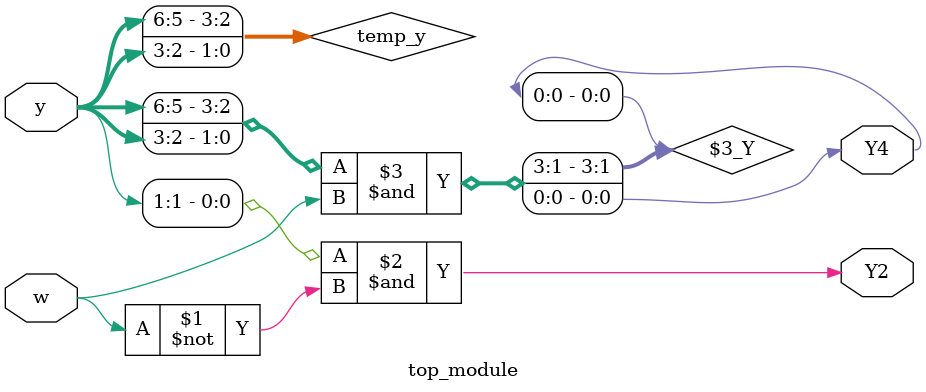
<source format=sv>
module top_module (
    input [6:1] y,
    input w,
    output wire Y2,
    output wire Y4
);

    wire [3:0] temp_y; // to store selected bits of y

    // Select bits 2, 3, 5, 6 of y
    assign temp_y = {y[6], y[5], y[3], y[2]};

    // Generate Y2 by taking the logical AND of the first bit of y and the logical NOT of w
    assign Y2 = y[1] & ~w;

    // Generate Y4 by taking the logical AND of selected bits of y and w
    assign Y4 = temp_y & w;

endmodule

</source>
